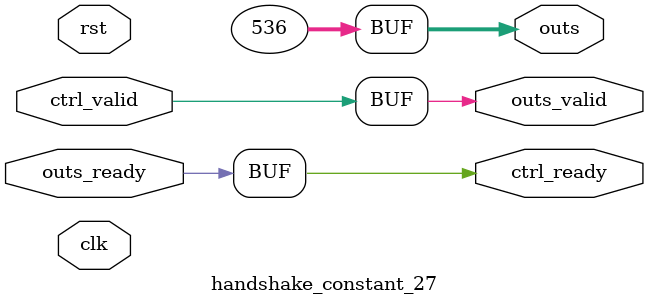
<source format=v>
`timescale 1ns / 1ps
module handshake_constant_27 #(
  parameter DATA_WIDTH = 32  // Default set to 32 bits
) (
  input                       clk,
  input                       rst,
  // Input Channel
  input                       ctrl_valid,
  output                      ctrl_ready,
  // Output Channel
  output [DATA_WIDTH - 1 : 0] outs,
  output                      outs_valid,
  input                       outs_ready
);
  assign outs       = 11'b01000011000;
  assign outs_valid = ctrl_valid;
  assign ctrl_ready = outs_ready;

endmodule

</source>
